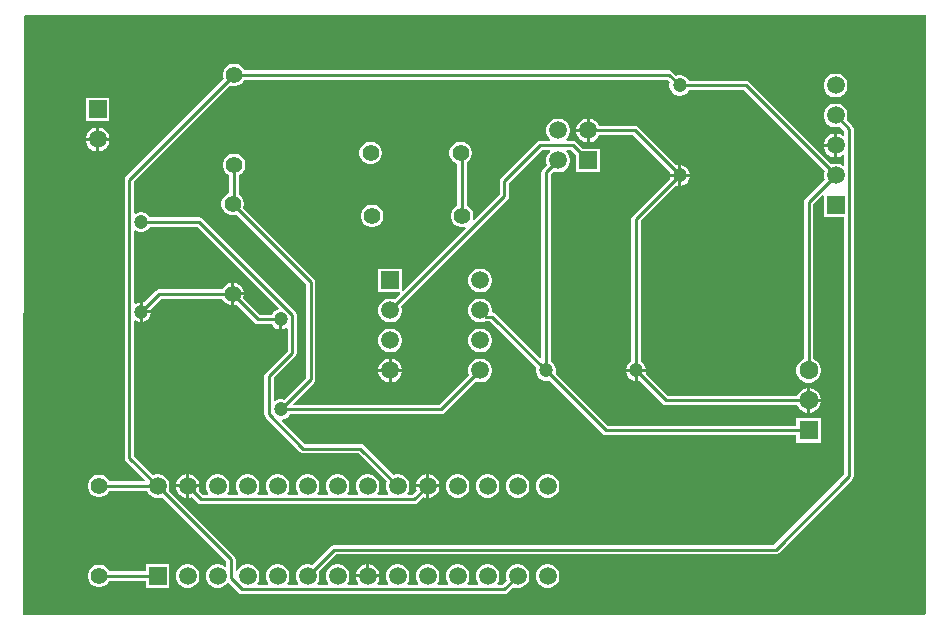
<source format=gbl>
G04*
G04 #@! TF.GenerationSoftware,Altium Limited,Altium Designer,22.1.2 (22)*
G04*
G04 Layer_Physical_Order=2*
G04 Layer_Color=16711680*
%FSLAX25Y25*%
%MOIN*%
G70*
G04*
G04 #@! TF.SameCoordinates,0EE1BFB4-235D-47A2-9C71-C2F2C54C5933*
G04*
G04*
G04 #@! TF.FilePolarity,Positive*
G04*
G01*
G75*
%ADD14C,0.01000*%
%ADD22R,0.05906X0.05906*%
%ADD23C,0.05906*%
%ADD24R,0.05906X0.05906*%
%ADD25C,0.05512*%
%ADD26C,0.04724*%
%ADD27R,0.06299X0.06299*%
%ADD28C,0.06299*%
G36*
X299000Y1500D02*
X298500Y1000D01*
X-1646D01*
X-1999Y1354D01*
X-1500Y200500D01*
X-1000Y201000D01*
X299000D01*
Y1500D01*
D02*
G37*
%LPC*%
G36*
X269520Y181453D02*
X268480D01*
X267474Y181183D01*
X266573Y180663D01*
X265837Y179927D01*
X265317Y179026D01*
X265047Y178020D01*
Y176980D01*
X265317Y175974D01*
X265837Y175073D01*
X266573Y174337D01*
X267474Y173817D01*
X268480Y173547D01*
X269520D01*
X270526Y173817D01*
X271427Y174337D01*
X272163Y175073D01*
X272683Y175974D01*
X272953Y176980D01*
Y178020D01*
X272683Y179026D01*
X272163Y179927D01*
X271427Y180663D01*
X270526Y181183D01*
X269520Y181453D01*
D02*
G37*
G36*
X26953Y173453D02*
X19047D01*
Y165547D01*
X26953D01*
Y173453D01*
D02*
G37*
G36*
X23520Y163453D02*
X23500D01*
Y160000D01*
X26953D01*
Y160020D01*
X26683Y161026D01*
X26163Y161927D01*
X25427Y162663D01*
X24526Y163183D01*
X23520Y163453D01*
D02*
G37*
G36*
X22500D02*
X22480D01*
X21474Y163183D01*
X20573Y162663D01*
X19837Y161927D01*
X19317Y161026D01*
X19047Y160020D01*
Y160000D01*
X22500D01*
Y163453D01*
D02*
G37*
G36*
X268500Y161453D02*
X268480D01*
X267474Y161183D01*
X266573Y160663D01*
X265837Y159927D01*
X265317Y159026D01*
X265047Y158020D01*
Y158000D01*
X268500D01*
Y161453D01*
D02*
G37*
G36*
X26953Y159000D02*
X23500D01*
Y155547D01*
X23520D01*
X24526Y155817D01*
X25427Y156337D01*
X26163Y157073D01*
X26683Y157974D01*
X26953Y158980D01*
Y159000D01*
D02*
G37*
G36*
X22500D02*
X19047D01*
Y158980D01*
X19317Y157974D01*
X19837Y157073D01*
X20573Y156337D01*
X21474Y155817D01*
X22480Y155547D01*
X22500D01*
Y159000D01*
D02*
G37*
G36*
X268500Y157000D02*
X265047D01*
Y156980D01*
X265317Y155974D01*
X265837Y155073D01*
X266573Y154337D01*
X267474Y153817D01*
X268480Y153547D01*
X268500D01*
Y157000D01*
D02*
G37*
G36*
X68994Y184756D02*
X68006D01*
X67050Y184500D01*
X66194Y184005D01*
X65495Y183306D01*
X65000Y182450D01*
X64744Y181494D01*
Y180506D01*
X64976Y179639D01*
X32556Y147219D01*
X32225Y146723D01*
X32108Y146138D01*
Y53362D01*
X32225Y52777D01*
X32556Y52281D01*
X38846Y45991D01*
X38654Y45529D01*
X26954D01*
X26506Y46306D01*
X25806Y47006D01*
X24950Y47500D01*
X23994Y47756D01*
X23006D01*
X22050Y47500D01*
X21194Y47006D01*
X20494Y46306D01*
X20000Y45450D01*
X19744Y44495D01*
Y43505D01*
X20000Y42550D01*
X20494Y41694D01*
X21194Y40995D01*
X22050Y40500D01*
X23006Y40244D01*
X23994D01*
X24950Y40500D01*
X25806Y40995D01*
X26506Y41694D01*
X26954Y42471D01*
X39319D01*
X39837Y41573D01*
X40573Y40837D01*
X41474Y40317D01*
X42480Y40047D01*
X43520D01*
X44522Y40315D01*
X65923Y18914D01*
Y17320D01*
X65461Y17129D01*
X65427Y17163D01*
X64526Y17683D01*
X63520Y17953D01*
X62480D01*
X61474Y17683D01*
X60573Y17163D01*
X59837Y16427D01*
X59317Y15526D01*
X59047Y14520D01*
Y13480D01*
X59317Y12474D01*
X59837Y11573D01*
X60573Y10837D01*
X61474Y10317D01*
X62480Y10047D01*
X63520D01*
X64526Y10317D01*
X65427Y10837D01*
X66163Y11573D01*
X66252Y11727D01*
X66748Y11792D01*
X70074Y8466D01*
X70570Y8134D01*
X71156Y8018D01*
X158547D01*
X159133Y8134D01*
X159629Y8466D01*
X161478Y10316D01*
X162480Y10047D01*
X163520D01*
X164526Y10317D01*
X165427Y10837D01*
X166163Y11573D01*
X166683Y12474D01*
X166953Y13480D01*
Y14520D01*
X166683Y15526D01*
X166163Y16427D01*
X165427Y17163D01*
X164526Y17683D01*
X163520Y17953D01*
X162480D01*
X161474Y17683D01*
X160573Y17163D01*
X159837Y16427D01*
X159317Y15526D01*
X159047Y14520D01*
Y13480D01*
X159316Y12478D01*
X157914Y11077D01*
X156320D01*
X156129Y11539D01*
X156163Y11573D01*
X156683Y12474D01*
X156953Y13480D01*
Y14520D01*
X156683Y15526D01*
X156163Y16427D01*
X155427Y17163D01*
X154526Y17683D01*
X153520Y17953D01*
X152480D01*
X151474Y17683D01*
X150573Y17163D01*
X149837Y16427D01*
X149317Y15526D01*
X149047Y14520D01*
Y13480D01*
X149317Y12474D01*
X149837Y11573D01*
X149871Y11539D01*
X149680Y11077D01*
X146320D01*
X146129Y11539D01*
X146163Y11573D01*
X146683Y12474D01*
X146953Y13480D01*
Y14520D01*
X146683Y15526D01*
X146163Y16427D01*
X145427Y17163D01*
X144526Y17683D01*
X143520Y17953D01*
X142480D01*
X141474Y17683D01*
X140573Y17163D01*
X139837Y16427D01*
X139317Y15526D01*
X139047Y14520D01*
Y13480D01*
X139317Y12474D01*
X139837Y11573D01*
X139871Y11539D01*
X139680Y11077D01*
X136320D01*
X136129Y11539D01*
X136163Y11573D01*
X136683Y12474D01*
X136953Y13480D01*
Y14520D01*
X136683Y15526D01*
X136163Y16427D01*
X135427Y17163D01*
X134526Y17683D01*
X133520Y17953D01*
X132480D01*
X131474Y17683D01*
X130573Y17163D01*
X129837Y16427D01*
X129317Y15526D01*
X129047Y14520D01*
Y13480D01*
X129317Y12474D01*
X129837Y11573D01*
X129871Y11539D01*
X129680Y11077D01*
X126320D01*
X126129Y11539D01*
X126163Y11573D01*
X126683Y12474D01*
X126953Y13480D01*
Y14520D01*
X126683Y15526D01*
X126163Y16427D01*
X125427Y17163D01*
X124526Y17683D01*
X123520Y17953D01*
X122480D01*
X121474Y17683D01*
X120573Y17163D01*
X119837Y16427D01*
X119317Y15526D01*
X119047Y14520D01*
Y13480D01*
X119317Y12474D01*
X119837Y11573D01*
X119871Y11539D01*
X119680Y11077D01*
X116320D01*
X116129Y11539D01*
X116163Y11573D01*
X116683Y12474D01*
X116953Y13480D01*
Y13500D01*
X113000D01*
X109047D01*
Y13480D01*
X109317Y12474D01*
X109837Y11573D01*
X109871Y11539D01*
X109680Y11077D01*
X106320D01*
X106129Y11539D01*
X106163Y11573D01*
X106683Y12474D01*
X106953Y13480D01*
Y14520D01*
X106683Y15526D01*
X106163Y16427D01*
X105427Y17163D01*
X104526Y17683D01*
X103520Y17953D01*
X102480D01*
X101474Y17683D01*
X100573Y17163D01*
X99837Y16427D01*
X99317Y15526D01*
X99047Y14520D01*
Y13480D01*
X99317Y12474D01*
X99837Y11573D01*
X99871Y11539D01*
X99680Y11077D01*
X96320D01*
X96129Y11539D01*
X96163Y11573D01*
X96683Y12474D01*
X96953Y13480D01*
Y14520D01*
X96684Y15522D01*
X102333Y21171D01*
X249000D01*
X249585Y21287D01*
X250081Y21619D01*
X274581Y46119D01*
X274913Y46615D01*
X275029Y47200D01*
Y163000D01*
X274913Y163585D01*
X274581Y164081D01*
X272685Y165978D01*
X272953Y166980D01*
Y168020D01*
X272683Y169026D01*
X272163Y169927D01*
X271427Y170663D01*
X270526Y171183D01*
X269520Y171453D01*
X268480D01*
X267474Y171183D01*
X266573Y170663D01*
X265837Y169927D01*
X265317Y169026D01*
X265047Y168020D01*
Y166980D01*
X265317Y165974D01*
X265837Y165073D01*
X266573Y164337D01*
X267474Y163817D01*
X268480Y163547D01*
X269520D01*
X270522Y163815D01*
X271971Y162366D01*
Y160773D01*
X271509Y160581D01*
X271427Y160663D01*
X270526Y161183D01*
X269520Y161453D01*
X269500D01*
Y157500D01*
Y153547D01*
X269520D01*
X270526Y153817D01*
X271427Y154337D01*
X271509Y154419D01*
X271971Y154227D01*
Y150773D01*
X271509Y150581D01*
X271427Y150663D01*
X270526Y151183D01*
X269520Y151453D01*
X268480D01*
X267478Y151184D01*
X240081Y178581D01*
X239585Y178913D01*
X239000Y179029D01*
X219999D01*
X219690Y179564D01*
X219064Y180190D01*
X218298Y180633D01*
X217443Y180862D01*
X216557D01*
X215961Y180702D01*
X214581Y182081D01*
X214085Y182413D01*
X213500Y182529D01*
X71954D01*
X71505Y183306D01*
X70806Y184005D01*
X69950Y184500D01*
X68994Y184756D01*
D02*
G37*
G36*
X46953Y17953D02*
X39047D01*
Y15529D01*
X26954D01*
X26506Y16306D01*
X25806Y17006D01*
X24950Y17500D01*
X23994Y17756D01*
X23006D01*
X22050Y17500D01*
X21194Y17006D01*
X20494Y16306D01*
X20000Y15450D01*
X19744Y14494D01*
Y13506D01*
X20000Y12550D01*
X20494Y11694D01*
X21194Y10994D01*
X22050Y10500D01*
X23006Y10244D01*
X23994D01*
X24950Y10500D01*
X25806Y10994D01*
X26506Y11694D01*
X26954Y12471D01*
X39047D01*
Y10047D01*
X46953D01*
Y17953D01*
D02*
G37*
G36*
X113520D02*
X113500D01*
Y14500D01*
X116953D01*
Y14520D01*
X116683Y15526D01*
X116163Y16427D01*
X115427Y17163D01*
X114526Y17683D01*
X113520Y17953D01*
D02*
G37*
G36*
X112500D02*
X112480D01*
X111474Y17683D01*
X110573Y17163D01*
X109837Y16427D01*
X109317Y15526D01*
X109047Y14520D01*
Y14500D01*
X112500D01*
Y17953D01*
D02*
G37*
G36*
X173520D02*
X172480D01*
X171474Y17683D01*
X170573Y17163D01*
X169837Y16427D01*
X169317Y15526D01*
X169047Y14520D01*
Y13480D01*
X169317Y12474D01*
X169837Y11573D01*
X170573Y10837D01*
X171474Y10317D01*
X172480Y10047D01*
X173520D01*
X174526Y10317D01*
X175427Y10837D01*
X176163Y11573D01*
X176683Y12474D01*
X176953Y13480D01*
Y14520D01*
X176683Y15526D01*
X176163Y16427D01*
X175427Y17163D01*
X174526Y17683D01*
X173520Y17953D01*
D02*
G37*
G36*
X53520D02*
X52480D01*
X51474Y17683D01*
X50573Y17163D01*
X49837Y16427D01*
X49317Y15526D01*
X49047Y14520D01*
Y13480D01*
X49317Y12474D01*
X49837Y11573D01*
X50573Y10837D01*
X51474Y10317D01*
X52480Y10047D01*
X53520D01*
X54526Y10317D01*
X55427Y10837D01*
X56163Y11573D01*
X56683Y12474D01*
X56953Y13480D01*
Y14520D01*
X56683Y15526D01*
X56163Y16427D01*
X55427Y17163D01*
X54526Y17683D01*
X53520Y17953D01*
D02*
G37*
%LPD*%
G36*
X213798Y178539D02*
X213638Y177943D01*
Y177057D01*
X213867Y176202D01*
X214310Y175436D01*
X214936Y174810D01*
X215702Y174367D01*
X216557Y174138D01*
X217443D01*
X218298Y174367D01*
X219064Y174810D01*
X219690Y175436D01*
X219999Y175971D01*
X238367D01*
X265316Y149022D01*
X265047Y148020D01*
Y146980D01*
X265316Y145978D01*
X258919Y139581D01*
X258587Y139085D01*
X258471Y138500D01*
Y86386D01*
X258398Y86367D01*
X257452Y85821D01*
X256680Y85048D01*
X256133Y84102D01*
X255850Y83046D01*
Y81954D01*
X256133Y80898D01*
X256680Y79952D01*
X257452Y79180D01*
X258398Y78633D01*
X259454Y78350D01*
X260546D01*
X261602Y78633D01*
X262548Y79180D01*
X263320Y79952D01*
X263867Y80898D01*
X264150Y81954D01*
Y83046D01*
X263867Y84102D01*
X263320Y85048D01*
X262548Y85821D01*
X261602Y86367D01*
X261529Y86386D01*
Y137866D01*
X264585Y140922D01*
X265047Y140731D01*
Y133547D01*
X271971D01*
Y47833D01*
X248366Y24229D01*
X101700D01*
X101115Y24113D01*
X100619Y23781D01*
X94522Y17684D01*
X93520Y17953D01*
X92480D01*
X91474Y17683D01*
X90573Y17163D01*
X89837Y16427D01*
X89317Y15526D01*
X89047Y14520D01*
Y13480D01*
X89317Y12474D01*
X89837Y11573D01*
X89871Y11539D01*
X89680Y11077D01*
X86320D01*
X86129Y11539D01*
X86163Y11573D01*
X86683Y12474D01*
X86953Y13480D01*
Y14520D01*
X86683Y15526D01*
X86163Y16427D01*
X85427Y17163D01*
X84526Y17683D01*
X83520Y17953D01*
X82480D01*
X81474Y17683D01*
X80573Y17163D01*
X79837Y16427D01*
X79317Y15526D01*
X79047Y14520D01*
Y13480D01*
X79317Y12474D01*
X79837Y11573D01*
X79871Y11539D01*
X79680Y11077D01*
X76320D01*
X76129Y11539D01*
X76163Y11573D01*
X76683Y12474D01*
X76953Y13480D01*
Y14520D01*
X76683Y15526D01*
X76163Y16427D01*
X75427Y17163D01*
X74526Y17683D01*
X73520Y17953D01*
X72480D01*
X71474Y17683D01*
X70573Y17163D01*
X69837Y16427D01*
X69482Y15812D01*
X68982Y15947D01*
Y19547D01*
X68866Y20132D01*
X68534Y20629D01*
X46685Y42478D01*
X46953Y43480D01*
Y44520D01*
X46683Y45526D01*
X46163Y46427D01*
X45427Y47163D01*
X44526Y47683D01*
X43520Y47953D01*
X42480D01*
X41478Y47684D01*
X35167Y53996D01*
Y98901D01*
X35667Y99176D01*
X36202Y98867D01*
X37000Y98653D01*
Y102000D01*
Y105347D01*
X36202Y105133D01*
X35667Y104824D01*
X35167Y105099D01*
Y128901D01*
X35667Y129176D01*
X36202Y128867D01*
X37057Y128638D01*
X37943D01*
X38798Y128867D01*
X39564Y129310D01*
X40190Y129936D01*
X40499Y130471D01*
X56328D01*
X83458Y103341D01*
X83299Y102793D01*
X82702Y102633D01*
X81936Y102190D01*
X81310Y101564D01*
X81001Y101029D01*
X77134D01*
X71524Y106639D01*
X71754Y107500D01*
X68500D01*
Y104246D01*
X69361Y104476D01*
X75419Y98419D01*
X75915Y98087D01*
X76500Y97971D01*
X81001D01*
X81310Y97436D01*
X81936Y96810D01*
X82702Y96367D01*
X83500Y96153D01*
Y99500D01*
X84500D01*
Y96153D01*
X85298Y96367D01*
X85833Y96676D01*
X86333Y96400D01*
Y88996D01*
X79056Y81719D01*
X78725Y81223D01*
X78608Y80638D01*
Y67900D01*
X78725Y67315D01*
X79056Y66819D01*
X90537Y55338D01*
X91033Y55006D01*
X91619Y54890D01*
X109947D01*
X119316Y45522D01*
X119047Y44520D01*
Y43480D01*
X119317Y42474D01*
X119837Y41573D01*
X119871Y41539D01*
X119680Y41077D01*
X116320D01*
X116129Y41539D01*
X116163Y41573D01*
X116683Y42474D01*
X116953Y43480D01*
Y44520D01*
X116683Y45526D01*
X116163Y46427D01*
X115427Y47163D01*
X114526Y47683D01*
X113520Y47953D01*
X112480D01*
X111474Y47683D01*
X110573Y47163D01*
X109837Y46427D01*
X109317Y45526D01*
X109047Y44520D01*
Y43480D01*
X109317Y42474D01*
X109837Y41573D01*
X109871Y41539D01*
X109680Y41077D01*
X106320D01*
X106129Y41539D01*
X106163Y41573D01*
X106683Y42474D01*
X106953Y43480D01*
Y44520D01*
X106683Y45526D01*
X106163Y46427D01*
X105427Y47163D01*
X104526Y47683D01*
X103520Y47953D01*
X102480D01*
X101474Y47683D01*
X100573Y47163D01*
X99837Y46427D01*
X99317Y45526D01*
X99047Y44520D01*
Y43480D01*
X99317Y42474D01*
X99837Y41573D01*
X99871Y41539D01*
X99680Y41077D01*
X96320D01*
X96129Y41539D01*
X96163Y41573D01*
X96683Y42474D01*
X96953Y43480D01*
Y44520D01*
X96683Y45526D01*
X96163Y46427D01*
X95427Y47163D01*
X94526Y47683D01*
X93520Y47953D01*
X92480D01*
X91474Y47683D01*
X90573Y47163D01*
X89837Y46427D01*
X89317Y45526D01*
X89047Y44520D01*
Y43480D01*
X89317Y42474D01*
X89837Y41573D01*
X89871Y41539D01*
X89680Y41077D01*
X86320D01*
X86129Y41539D01*
X86163Y41573D01*
X86683Y42474D01*
X86953Y43480D01*
Y44520D01*
X86683Y45526D01*
X86163Y46427D01*
X85427Y47163D01*
X84526Y47683D01*
X83520Y47953D01*
X82480D01*
X81474Y47683D01*
X80573Y47163D01*
X79837Y46427D01*
X79317Y45526D01*
X79047Y44520D01*
Y43480D01*
X79317Y42474D01*
X79837Y41573D01*
X79871Y41539D01*
X79680Y41077D01*
X76320D01*
X76129Y41539D01*
X76163Y41573D01*
X76683Y42474D01*
X76953Y43480D01*
Y44520D01*
X76683Y45526D01*
X76163Y46427D01*
X75427Y47163D01*
X74526Y47683D01*
X73520Y47953D01*
X72480D01*
X71474Y47683D01*
X70573Y47163D01*
X69837Y46427D01*
X69317Y45526D01*
X69047Y44520D01*
Y43480D01*
X69317Y42474D01*
X69837Y41573D01*
X69871Y41539D01*
X69680Y41077D01*
X66320D01*
X66129Y41539D01*
X66163Y41573D01*
X66683Y42474D01*
X66953Y43480D01*
Y44520D01*
X66683Y45526D01*
X66163Y46427D01*
X65427Y47163D01*
X64526Y47683D01*
X63520Y47953D01*
X62480D01*
X61474Y47683D01*
X60573Y47163D01*
X59837Y46427D01*
X59317Y45526D01*
X59047Y44520D01*
Y43480D01*
X59317Y42474D01*
X59837Y41573D01*
X59871Y41539D01*
X59680Y41077D01*
X58086D01*
X56684Y42478D01*
X56953Y43480D01*
Y43500D01*
X53500D01*
Y40047D01*
X53520D01*
X54522Y40315D01*
X56371Y38466D01*
X56867Y38134D01*
X57453Y38018D01*
X128547D01*
X129132Y38134D01*
X129629Y38466D01*
X131478Y40315D01*
X132480Y40047D01*
X132500D01*
Y43500D01*
X129047D01*
Y43480D01*
X129315Y42478D01*
X127914Y41077D01*
X126320D01*
X126129Y41539D01*
X126163Y41573D01*
X126683Y42474D01*
X126953Y43480D01*
Y44520D01*
X126683Y45526D01*
X126163Y46427D01*
X125427Y47163D01*
X124526Y47683D01*
X123520Y47953D01*
X122480D01*
X121478Y47684D01*
X111662Y57501D01*
X111166Y57832D01*
X110581Y57949D01*
X92252D01*
X84542Y65659D01*
X84701Y66207D01*
X85298Y66367D01*
X86064Y66810D01*
X86690Y67436D01*
X86999Y67971D01*
X137500D01*
X138085Y68087D01*
X138581Y68419D01*
X148978Y78816D01*
X149980Y78547D01*
X151020D01*
X152026Y78817D01*
X152927Y79337D01*
X153663Y80073D01*
X154183Y80974D01*
X154453Y81980D01*
Y83020D01*
X154183Y84026D01*
X153663Y84927D01*
X152927Y85663D01*
X152026Y86183D01*
X151020Y86453D01*
X149980D01*
X148974Y86183D01*
X148073Y85663D01*
X147337Y84927D01*
X146817Y84026D01*
X146547Y83020D01*
Y81980D01*
X146816Y80978D01*
X136866Y71029D01*
X88346D01*
X88154Y71491D01*
X95081Y78419D01*
X95413Y78915D01*
X95529Y79500D01*
Y112000D01*
X95413Y112585D01*
X95081Y113081D01*
X71524Y136639D01*
X71756Y137505D01*
Y138495D01*
X71500Y139450D01*
X71005Y140306D01*
X70306Y141006D01*
X70029Y141165D01*
Y147546D01*
X70806Y147994D01*
X71505Y148694D01*
X72000Y149550D01*
X72256Y150505D01*
Y151495D01*
X72000Y152450D01*
X71505Y153306D01*
X70806Y154006D01*
X69950Y154500D01*
X68994Y154756D01*
X68006D01*
X67050Y154500D01*
X66194Y154006D01*
X65495Y153306D01*
X65000Y152450D01*
X64744Y151495D01*
Y150505D01*
X65000Y149550D01*
X65495Y148694D01*
X66194Y147994D01*
X66971Y147546D01*
Y141613D01*
X66550Y141500D01*
X65694Y141006D01*
X64995Y140306D01*
X64500Y139450D01*
X64244Y138495D01*
Y137505D01*
X64500Y136550D01*
X64995Y135694D01*
X65694Y134994D01*
X66550Y134500D01*
X67506Y134244D01*
X68494D01*
X69361Y134476D01*
X92471Y111366D01*
Y80133D01*
X85039Y72702D01*
X84443Y72862D01*
X83557D01*
X82702Y72633D01*
X82167Y72324D01*
X81667Y72600D01*
Y80004D01*
X88944Y87281D01*
X89275Y87777D01*
X89392Y88362D01*
Y101100D01*
X89275Y101685D01*
X88944Y102181D01*
X58043Y133081D01*
X57547Y133413D01*
X56962Y133529D01*
X40499D01*
X40190Y134064D01*
X39564Y134690D01*
X38798Y135133D01*
X37943Y135362D01*
X37057D01*
X36202Y135133D01*
X35667Y134824D01*
X35167Y135099D01*
Y145504D01*
X67139Y177476D01*
X68006Y177244D01*
X68994D01*
X69950Y177500D01*
X70806Y177995D01*
X71505Y178694D01*
X71954Y179471D01*
X212866D01*
X213798Y178539D01*
D02*
G37*
%LPC*%
G36*
X186000Y166453D02*
X185980D01*
X184974Y166183D01*
X184073Y165663D01*
X183337Y164927D01*
X182817Y164026D01*
X182547Y163020D01*
Y163000D01*
X186000D01*
Y166453D01*
D02*
G37*
G36*
Y162000D02*
X182547D01*
Y161980D01*
X182817Y160974D01*
X183337Y160073D01*
X184073Y159337D01*
X184974Y158817D01*
X185980Y158547D01*
X186000D01*
Y162000D01*
D02*
G37*
G36*
X114495Y158756D02*
X113505D01*
X112550Y158500D01*
X111694Y158005D01*
X110995Y157306D01*
X110500Y156450D01*
X110244Y155494D01*
Y154506D01*
X110500Y153550D01*
X110995Y152694D01*
X111694Y151995D01*
X112550Y151500D01*
X113505Y151244D01*
X114495D01*
X115450Y151500D01*
X116306Y151995D01*
X117006Y152694D01*
X117500Y153550D01*
X117756Y154506D01*
Y155494D01*
X117500Y156450D01*
X117006Y157306D01*
X116306Y158005D01*
X115450Y158500D01*
X114495Y158756D01*
D02*
G37*
G36*
X217500Y150847D02*
Y148000D01*
X220347D01*
X220133Y148798D01*
X219690Y149564D01*
X219064Y150190D01*
X218298Y150633D01*
X217500Y150847D01*
D02*
G37*
G36*
X187020Y166453D02*
X187000D01*
Y162500D01*
Y158547D01*
X187020D01*
X188026Y158817D01*
X188927Y159337D01*
X189663Y160073D01*
X190181Y160971D01*
X201366D01*
X213798Y148539D01*
X213653Y148000D01*
X216500D01*
Y150847D01*
X215961Y150702D01*
X203081Y163581D01*
X202585Y163913D01*
X202000Y164029D01*
X190181D01*
X189663Y164927D01*
X188927Y165663D01*
X188026Y166183D01*
X187020Y166453D01*
D02*
G37*
G36*
X220347Y147000D02*
X217500D01*
Y144153D01*
X218298Y144367D01*
X219064Y144810D01*
X219690Y145436D01*
X220133Y146202D01*
X220347Y147000D01*
D02*
G37*
G36*
X216500D02*
X213653D01*
X213798Y146461D01*
X201419Y134081D01*
X201087Y133585D01*
X200971Y133000D01*
Y85499D01*
X200436Y85190D01*
X199810Y84564D01*
X199367Y83798D01*
X199153Y83000D01*
X202500D01*
X205847D01*
X205633Y83798D01*
X205190Y84564D01*
X204564Y85190D01*
X204029Y85499D01*
Y132367D01*
X215961Y144298D01*
X216500Y144153D01*
Y147000D01*
D02*
G37*
G36*
X177020Y166453D02*
X175980D01*
X174974Y166183D01*
X174073Y165663D01*
X173337Y164927D01*
X172817Y164026D01*
X172547Y163020D01*
Y161980D01*
X172817Y160974D01*
X173337Y160073D01*
X173881Y159529D01*
X173673Y159029D01*
X170400D01*
X169815Y158913D01*
X169319Y158581D01*
X157519Y146781D01*
X157187Y146285D01*
X157071Y145700D01*
Y141234D01*
X148565Y132728D01*
X148117Y132987D01*
X148256Y133505D01*
Y134494D01*
X148000Y135450D01*
X147505Y136306D01*
X146806Y137005D01*
X146029Y137454D01*
Y151835D01*
X146306Y151995D01*
X147005Y152694D01*
X147500Y153550D01*
X147756Y154506D01*
Y155494D01*
X147500Y156450D01*
X147005Y157306D01*
X146306Y158005D01*
X145450Y158500D01*
X144494Y158756D01*
X143506D01*
X142550Y158500D01*
X141694Y158005D01*
X140995Y157306D01*
X140500Y156450D01*
X140244Y155494D01*
Y154506D01*
X140500Y153550D01*
X140995Y152694D01*
X141694Y151995D01*
X142550Y151500D01*
X142971Y151387D01*
Y137454D01*
X142194Y137005D01*
X141495Y136306D01*
X141000Y135450D01*
X140744Y134494D01*
Y133505D01*
X141000Y132550D01*
X141495Y131694D01*
X142194Y130994D01*
X143050Y130500D01*
X144006Y130244D01*
X144994D01*
X145513Y130383D01*
X145772Y129935D01*
X124915Y109078D01*
X124453Y109269D01*
Y116453D01*
X116547D01*
Y108547D01*
X123731D01*
X123922Y108085D01*
X122022Y106184D01*
X121020Y106453D01*
X119980D01*
X118974Y106183D01*
X118073Y105663D01*
X117337Y104927D01*
X116817Y104026D01*
X116547Y103020D01*
Y101980D01*
X116817Y100974D01*
X117337Y100073D01*
X118073Y99337D01*
X118974Y98817D01*
X119980Y98547D01*
X121020D01*
X122026Y98817D01*
X122927Y99337D01*
X123663Y100073D01*
X124183Y100974D01*
X124453Y101980D01*
Y103020D01*
X124185Y104022D01*
X159681Y139519D01*
X160013Y140015D01*
X160129Y140600D01*
Y145066D01*
X171034Y155971D01*
X173673D01*
X173881Y155471D01*
X173337Y154927D01*
X172817Y154026D01*
X172547Y153020D01*
Y151980D01*
X172816Y150978D01*
X171419Y149581D01*
X171087Y149085D01*
X170971Y148500D01*
Y86846D01*
X170509Y86654D01*
X155681Y101481D01*
X155185Y101813D01*
X154934Y101863D01*
X154453Y101980D01*
Y103020D01*
X154183Y104026D01*
X153663Y104927D01*
X152927Y105663D01*
X152026Y106183D01*
X151020Y106453D01*
X149980D01*
X148974Y106183D01*
X148073Y105663D01*
X147337Y104927D01*
X146817Y104026D01*
X146547Y103020D01*
Y101980D01*
X146817Y100974D01*
X147337Y100073D01*
X148073Y99337D01*
X148974Y98817D01*
X149980Y98547D01*
X151020D01*
X152026Y98817D01*
X152242Y98942D01*
X152600Y98871D01*
X153966D01*
X169298Y83539D01*
X169138Y82943D01*
Y82057D01*
X169367Y81202D01*
X169810Y80436D01*
X170436Y79810D01*
X171202Y79367D01*
X172057Y79138D01*
X172943D01*
X173539Y79298D01*
X191419Y61419D01*
X191915Y61087D01*
X192500Y60971D01*
X255850D01*
Y58350D01*
X264150D01*
Y66650D01*
X255850D01*
Y64029D01*
X193133D01*
X175702Y81461D01*
X175862Y82057D01*
Y82943D01*
X175633Y83798D01*
X175190Y84564D01*
X174564Y85190D01*
X174029Y85499D01*
Y147866D01*
X174978Y148816D01*
X175980Y148547D01*
X177020D01*
X178026Y148817D01*
X178927Y149337D01*
X179663Y150073D01*
X180183Y150974D01*
X180453Y151980D01*
Y153020D01*
X180183Y154026D01*
X179663Y154927D01*
X179119Y155471D01*
X179326Y155971D01*
X180867D01*
X182547Y154290D01*
Y148547D01*
X190453D01*
Y156453D01*
X184710D01*
X182581Y158581D01*
X182085Y158913D01*
X181500Y159029D01*
X179326D01*
X179119Y159529D01*
X179663Y160073D01*
X180183Y160974D01*
X180453Y161980D01*
Y163020D01*
X180183Y164026D01*
X179663Y164927D01*
X178927Y165663D01*
X178026Y166183D01*
X177020Y166453D01*
D02*
G37*
G36*
X114995Y137756D02*
X114005D01*
X113050Y137500D01*
X112194Y137005D01*
X111495Y136306D01*
X111000Y135450D01*
X110744Y134494D01*
Y133505D01*
X111000Y132550D01*
X111495Y131694D01*
X112194Y130994D01*
X113050Y130500D01*
X114005Y130244D01*
X114995D01*
X115950Y130500D01*
X116806Y130994D01*
X117506Y131694D01*
X118000Y132550D01*
X118256Y133505D01*
Y134494D01*
X118000Y135450D01*
X117506Y136306D01*
X116806Y137005D01*
X115950Y137500D01*
X114995Y137756D01*
D02*
G37*
G36*
X151020Y116453D02*
X149980D01*
X148974Y116183D01*
X148073Y115663D01*
X147337Y114927D01*
X146817Y114026D01*
X146547Y113020D01*
Y111980D01*
X146817Y110974D01*
X147337Y110073D01*
X148073Y109337D01*
X148974Y108817D01*
X149980Y108547D01*
X151020D01*
X152026Y108817D01*
X152927Y109337D01*
X153663Y110073D01*
X154183Y110974D01*
X154453Y111980D01*
Y113020D01*
X154183Y114026D01*
X153663Y114927D01*
X152927Y115663D01*
X152026Y116183D01*
X151020Y116453D01*
D02*
G37*
G36*
X68500Y111754D02*
Y108500D01*
X71754D01*
X71500Y109450D01*
X71005Y110306D01*
X70306Y111005D01*
X69450Y111500D01*
X68500Y111754D01*
D02*
G37*
G36*
X67500D02*
X66550Y111500D01*
X65694Y111005D01*
X64995Y110306D01*
X64546Y109529D01*
X43500D01*
X42915Y109413D01*
X42419Y109081D01*
X38539Y105202D01*
X38000Y105347D01*
Y102500D01*
X40847D01*
X40702Y103039D01*
X44133Y106471D01*
X64546D01*
X64995Y105694D01*
X65694Y104994D01*
X66550Y104500D01*
X67500Y104246D01*
Y108000D01*
Y111754D01*
D02*
G37*
G36*
X40847Y101500D02*
X38000D01*
Y98653D01*
X38798Y98867D01*
X39564Y99310D01*
X40190Y99936D01*
X40633Y100702D01*
X40847Y101500D01*
D02*
G37*
G36*
X151020Y96453D02*
X149980D01*
X148974Y96183D01*
X148073Y95663D01*
X147337Y94927D01*
X146817Y94026D01*
X146547Y93020D01*
Y91980D01*
X146817Y90974D01*
X147337Y90073D01*
X148073Y89337D01*
X148974Y88817D01*
X149980Y88547D01*
X151020D01*
X152026Y88817D01*
X152927Y89337D01*
X153663Y90073D01*
X154183Y90974D01*
X154453Y91980D01*
Y93020D01*
X154183Y94026D01*
X153663Y94927D01*
X152927Y95663D01*
X152026Y96183D01*
X151020Y96453D01*
D02*
G37*
G36*
X121020D02*
X119980D01*
X118974Y96183D01*
X118073Y95663D01*
X117337Y94927D01*
X116817Y94026D01*
X116547Y93020D01*
Y91980D01*
X116817Y90974D01*
X117337Y90073D01*
X118073Y89337D01*
X118974Y88817D01*
X119980Y88547D01*
X121020D01*
X122026Y88817D01*
X122927Y89337D01*
X123663Y90073D01*
X124183Y90974D01*
X124453Y91980D01*
Y93020D01*
X124183Y94026D01*
X123663Y94927D01*
X122927Y95663D01*
X122026Y96183D01*
X121020Y96453D01*
D02*
G37*
G36*
Y86453D02*
X121000D01*
Y83000D01*
X124453D01*
Y83020D01*
X124183Y84026D01*
X123663Y84927D01*
X122927Y85663D01*
X122026Y86183D01*
X121020Y86453D01*
D02*
G37*
G36*
X120000D02*
X119980D01*
X118974Y86183D01*
X118073Y85663D01*
X117337Y84927D01*
X116817Y84026D01*
X116547Y83020D01*
Y83000D01*
X120000D01*
Y86453D01*
D02*
G37*
G36*
X202000Y82000D02*
X199153D01*
X199367Y81202D01*
X199810Y80436D01*
X200436Y79810D01*
X201202Y79367D01*
X202000Y79153D01*
Y82000D01*
D02*
G37*
G36*
X124453D02*
X121000D01*
Y78547D01*
X121020D01*
X122026Y78817D01*
X122927Y79337D01*
X123663Y80073D01*
X124183Y80974D01*
X124453Y81980D01*
Y82000D01*
D02*
G37*
G36*
X120000D02*
X116547D01*
Y81980D01*
X116817Y80974D01*
X117337Y80073D01*
X118073Y79337D01*
X118974Y78817D01*
X119980Y78547D01*
X120000D01*
Y82000D01*
D02*
G37*
G36*
X260546Y76650D02*
X260500D01*
Y73000D01*
X264150D01*
Y73046D01*
X263867Y74102D01*
X263320Y75048D01*
X262548Y75820D01*
X261602Y76367D01*
X260546Y76650D01*
D02*
G37*
G36*
X264150Y72000D02*
X260500D01*
Y68350D01*
X260546D01*
X261602Y68633D01*
X262548Y69179D01*
X263320Y69952D01*
X263867Y70898D01*
X264150Y71954D01*
Y72000D01*
D02*
G37*
G36*
X205847Y82000D02*
X203000D01*
Y79153D01*
X203539Y79298D01*
X211419Y71419D01*
X211915Y71087D01*
X212500Y70971D01*
X256114D01*
X256133Y70898D01*
X256680Y69952D01*
X257452Y69179D01*
X258398Y68633D01*
X259454Y68350D01*
X259500D01*
Y72500D01*
Y76650D01*
X259454D01*
X258398Y76367D01*
X257452Y75820D01*
X256680Y75048D01*
X256133Y74102D01*
X256114Y74029D01*
X213134D01*
X205702Y81461D01*
X205847Y82000D01*
D02*
G37*
G36*
X133520Y47953D02*
X133500D01*
Y44500D01*
X136953D01*
Y44520D01*
X136683Y45526D01*
X136163Y46427D01*
X135427Y47163D01*
X134526Y47683D01*
X133520Y47953D01*
D02*
G37*
G36*
X53520D02*
X53500D01*
Y44500D01*
X56953D01*
Y44520D01*
X56683Y45526D01*
X56163Y46427D01*
X55427Y47163D01*
X54526Y47683D01*
X53520Y47953D01*
D02*
G37*
G36*
X52500D02*
X52480D01*
X51474Y47683D01*
X50573Y47163D01*
X49837Y46427D01*
X49317Y45526D01*
X49047Y44520D01*
Y44500D01*
X52500D01*
Y47953D01*
D02*
G37*
G36*
X132500D02*
X132480D01*
X131474Y47683D01*
X130573Y47163D01*
X129837Y46427D01*
X129317Y45526D01*
X129047Y44520D01*
Y44500D01*
X132500D01*
Y47953D01*
D02*
G37*
G36*
X173520D02*
X172480D01*
X171474Y47683D01*
X170573Y47163D01*
X169837Y46427D01*
X169317Y45526D01*
X169047Y44520D01*
Y43480D01*
X169317Y42474D01*
X169837Y41573D01*
X170573Y40837D01*
X171474Y40317D01*
X172480Y40047D01*
X173520D01*
X174526Y40317D01*
X175427Y40837D01*
X176163Y41573D01*
X176683Y42474D01*
X176953Y43480D01*
Y44520D01*
X176683Y45526D01*
X176163Y46427D01*
X175427Y47163D01*
X174526Y47683D01*
X173520Y47953D01*
D02*
G37*
G36*
X163520D02*
X162480D01*
X161474Y47683D01*
X160573Y47163D01*
X159837Y46427D01*
X159317Y45526D01*
X159047Y44520D01*
Y43480D01*
X159317Y42474D01*
X159837Y41573D01*
X160573Y40837D01*
X161474Y40317D01*
X162480Y40047D01*
X163520D01*
X164526Y40317D01*
X165427Y40837D01*
X166163Y41573D01*
X166683Y42474D01*
X166953Y43480D01*
Y44520D01*
X166683Y45526D01*
X166163Y46427D01*
X165427Y47163D01*
X164526Y47683D01*
X163520Y47953D01*
D02*
G37*
G36*
X153520D02*
X152480D01*
X151474Y47683D01*
X150573Y47163D01*
X149837Y46427D01*
X149317Y45526D01*
X149047Y44520D01*
Y43480D01*
X149317Y42474D01*
X149837Y41573D01*
X150573Y40837D01*
X151474Y40317D01*
X152480Y40047D01*
X153520D01*
X154526Y40317D01*
X155427Y40837D01*
X156163Y41573D01*
X156683Y42474D01*
X156953Y43480D01*
Y44520D01*
X156683Y45526D01*
X156163Y46427D01*
X155427Y47163D01*
X154526Y47683D01*
X153520Y47953D01*
D02*
G37*
G36*
X143520D02*
X142480D01*
X141474Y47683D01*
X140573Y47163D01*
X139837Y46427D01*
X139317Y45526D01*
X139047Y44520D01*
Y43480D01*
X139317Y42474D01*
X139837Y41573D01*
X140573Y40837D01*
X141474Y40317D01*
X142480Y40047D01*
X143520D01*
X144526Y40317D01*
X145427Y40837D01*
X146163Y41573D01*
X146683Y42474D01*
X146953Y43480D01*
Y44520D01*
X146683Y45526D01*
X146163Y46427D01*
X145427Y47163D01*
X144526Y47683D01*
X143520Y47953D01*
D02*
G37*
G36*
X136953Y43500D02*
X133500D01*
Y40047D01*
X133520D01*
X134526Y40317D01*
X135427Y40837D01*
X136163Y41573D01*
X136683Y42474D01*
X136953Y43480D01*
Y43500D01*
D02*
G37*
G36*
X52500D02*
X49047D01*
Y43480D01*
X49317Y42474D01*
X49837Y41573D01*
X50573Y40837D01*
X51474Y40317D01*
X52480Y40047D01*
X52500D01*
Y43500D01*
D02*
G37*
%LPD*%
D14*
X68000Y138000D02*
X68500Y138500D01*
Y151000D01*
X68000Y138000D02*
X94000Y112000D01*
Y79500D02*
Y112000D01*
X84000Y69500D02*
X94000Y79500D01*
X84000Y69500D02*
X137500D01*
X150500Y82500D01*
X23500Y44000D02*
X43000D01*
X33638Y53362D02*
X43000Y44000D01*
X33638Y53362D02*
Y146138D01*
X68500Y181000D01*
X43000Y44000D02*
X67453Y19547D01*
Y13250D02*
Y19547D01*
Y13250D02*
X71156Y9547D01*
X158547D01*
X163000Y14000D01*
X68500Y181000D02*
X213500D01*
X217000Y177500D01*
X239000D01*
X269000Y147500D01*
X260000Y138500D02*
X269000Y147500D01*
X260000Y82500D02*
Y138500D01*
X172500Y82500D02*
Y148500D01*
X176500Y152500D01*
X154600Y100400D02*
X172500Y82500D01*
X152600Y100400D02*
X154600D01*
X150500Y102500D02*
X152600Y100400D01*
X172500Y82500D02*
X192500Y62500D01*
X260000D01*
X53000Y44000D02*
X57453Y39547D01*
X128547D01*
X133000Y44000D01*
X76500Y99500D02*
X84000D01*
X68000Y108000D02*
X76500Y99500D01*
X43500Y108000D02*
X68000D01*
X37500Y102000D02*
X43500Y108000D01*
X202500Y82500D02*
X212500Y72500D01*
X260000D01*
X202500Y82500D02*
Y133000D01*
X217000Y147500D01*
X202000Y162500D02*
X217000Y147500D01*
X186500Y162500D02*
X202000D01*
X110581Y56419D02*
X123000Y44000D01*
X91619Y56419D02*
X110581D01*
X80138Y67900D02*
X91619Y56419D01*
X80138Y67900D02*
Y80638D01*
X87862Y88362D01*
Y101100D01*
X56962Y132000D02*
X87862Y101100D01*
X37500Y132000D02*
X56962D01*
X93000Y14000D02*
X101700Y22700D01*
X249000D01*
X273500Y47200D01*
Y163000D01*
X269000Y167500D02*
X273500Y163000D01*
X120500Y102500D02*
X158600Y140600D01*
Y145700D01*
X170400Y157500D01*
X181500D01*
X186500Y152500D01*
X144500Y134000D02*
Y154500D01*
X144000Y155000D02*
X144500Y154500D01*
X23500Y14000D02*
X43000D01*
D22*
X120500Y112500D02*
D03*
D23*
Y102500D02*
D03*
Y92500D02*
D03*
Y82500D02*
D03*
X150500Y112500D02*
D03*
Y102500D02*
D03*
Y92500D02*
D03*
Y82500D02*
D03*
X176500Y162500D02*
D03*
X186500D02*
D03*
X176500Y152500D02*
D03*
X269000Y177500D02*
D03*
Y167500D02*
D03*
Y157500D02*
D03*
Y147500D02*
D03*
X53000Y14000D02*
D03*
X63000D02*
D03*
X73000D02*
D03*
X83000D02*
D03*
X93000D02*
D03*
X103000D02*
D03*
X113000D02*
D03*
X123000D02*
D03*
X133000D02*
D03*
X143000D02*
D03*
X153000D02*
D03*
X163000D02*
D03*
X173000D02*
D03*
X43000Y44000D02*
D03*
X53000D02*
D03*
X63000D02*
D03*
X73000D02*
D03*
X83000D02*
D03*
X93000D02*
D03*
X103000D02*
D03*
X113000D02*
D03*
X123000D02*
D03*
X133000D02*
D03*
X143000D02*
D03*
X153000D02*
D03*
X163000D02*
D03*
X173000D02*
D03*
X23000Y159500D02*
D03*
D24*
X186500Y152500D02*
D03*
X269000Y137500D02*
D03*
X43000Y14000D02*
D03*
X23000Y169500D02*
D03*
D25*
X114500Y134000D02*
D03*
X144500D02*
D03*
X114000Y155000D02*
D03*
X144000D02*
D03*
X68000Y138000D02*
D03*
Y108000D02*
D03*
X68500Y181000D02*
D03*
Y151000D02*
D03*
X23500Y14000D02*
D03*
Y44000D02*
D03*
D26*
X217000Y177500D02*
D03*
Y147500D02*
D03*
X172500Y82500D02*
D03*
X202500D02*
D03*
X84000Y99500D02*
D03*
Y69500D02*
D03*
X37500Y132000D02*
D03*
Y102000D02*
D03*
D27*
X260000Y62500D02*
D03*
D28*
Y72500D02*
D03*
Y82500D02*
D03*
M02*

</source>
